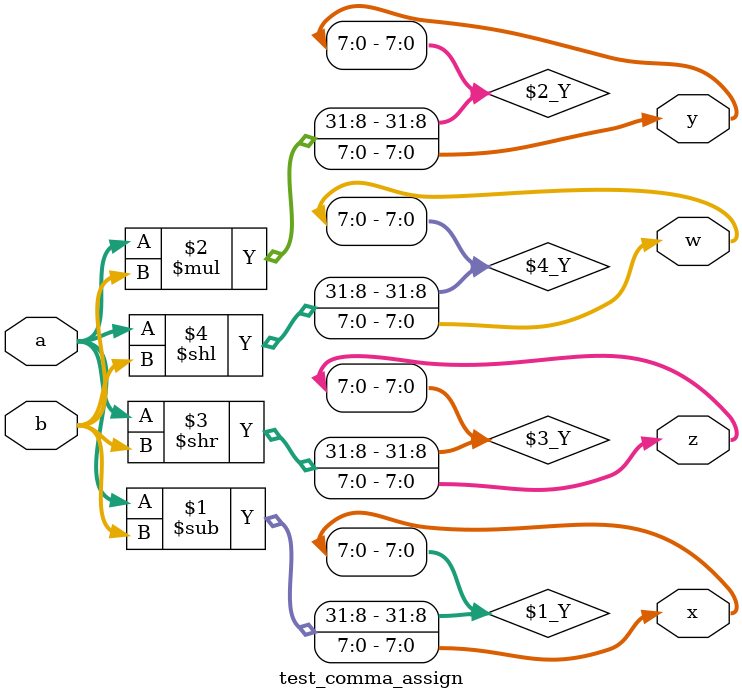
<source format=sv>
module test_comma_assign(input [31:0] a, b, output [7:0] x, y, z, w);
  // Test with separate assignments
  assign x = a - b;
  assign y = a * b;
  assign z = a >> b;
  assign w = a << b;
endmodule

</source>
